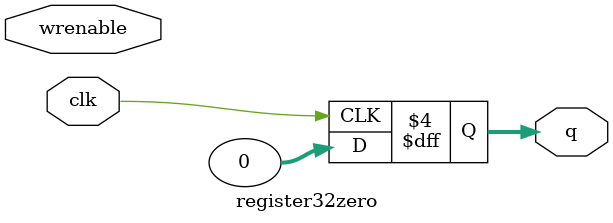
<source format=v>
module register32
(
output reg[width-1:0] q,
input[width-1:0]	d,
input wrenable,
input	clk
);

  parameter width = 32; // # bits in d and q
  integer i;
  always @(posedge clk) begin
    if(wrenable) begin
      for (i = 0; i < width; i = i + 1) begin
        q[i] = d[i];
      end
    end
  end

endmodule


module register32zero
(
output reg[width-1:0] q,
input wrenable,
input clk
);

  parameter width = 32; // # bits in d and q
  integer i;
  always @(posedge clk) begin
    for (i = 0; i < width; i = i + 1) begin
      q[i] = 0;
    end
  end

endmodule

</source>
